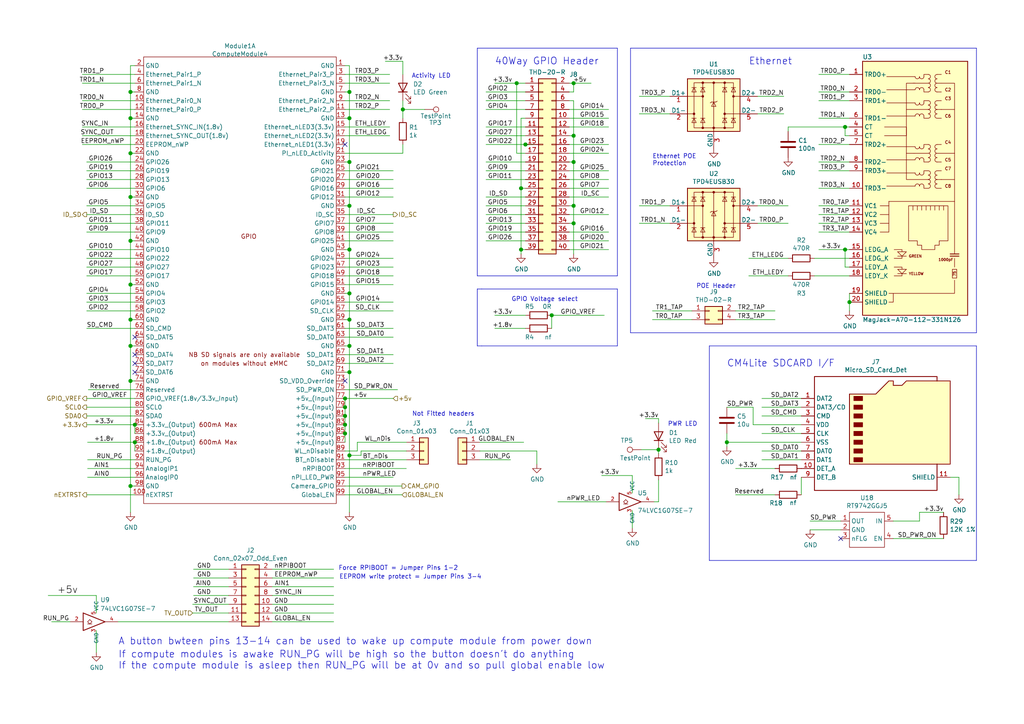
<source format=kicad_sch>
(kicad_sch (version 20211123) (generator eeschema)
  (paper "A4")
  (title_block (title "Compute Module 4 IO Board - GPIO - Ethernet") (rev "1") (company "(c) Raspberry Pi Trading 2020") (comment 1 "www.raspberrypi.org"))
  (junction (at 101.346 26.67) (diameter 1.016))
  (junction (at 210.82 128.27) (diameter 1.016))
  (junction (at 100.076 120.65) (diameter 1.016))
  (junction (at 245.11 36.83) (diameter 1.016))
  (junction (at 37.846 110.49) (diameter 1.016))
  (junction (at 37.846 92.71) (diameter 1.016))
  (junction (at 39.116 128.27) (diameter 1.016))
  (junction (at 245.11 72.39) (diameter 1.016))
  (junction (at 101.346 46.99) (diameter 1.016))
  (junction (at 37.846 69.85) (diameter 1.016))
  (junction (at 151.13 54.61) (diameter 1.016))
  (junction (at 37.846 57.15) (diameter 1.016))
  (junction (at 39.116 123.19) (diameter 1.016))
  (junction (at 166.37 24.13) (diameter 1.016))
  (junction (at 166.37 46.99) (diameter 1.016))
  (junction (at 37.846 26.67) (diameter 1.016))
  (junction (at 101.346 72.39) (diameter 1.016))
  (junction (at 101.346 92.71) (diameter 1.016))
  (junction (at 191.008 130.429) (diameter 1.016))
  (junction (at 101.346 132.08) (diameter 1.016))
  (junction (at 37.846 82.55) (diameter 1.016))
  (junction (at 166.37 64.77) (diameter 1.016))
  (junction (at 101.346 107.95) (diameter 1.016))
  (junction (at 37.846 44.45) (diameter 1.016))
  (junction (at 246.38 87.63) (diameter 1.016))
  (junction (at 160.02 91.44) (diameter 1.016))
  (junction (at 166.37 39.37) (diameter 1.016))
  (junction (at 116.84 31.75) (diameter 1.016))
  (junction (at 100.076 123.19) (diameter 1.016))
  (junction (at 152.4 41.91) (diameter 1.016))
  (junction (at 166.37 59.69) (diameter 1.016))
  (junction (at 100.076 118.11) (diameter 1.016))
  (junction (at 151.13 72.39) (diameter 1.016))
  (junction (at 37.846 140.97) (diameter 1.016))
  (junction (at 101.346 59.69) (diameter 1.016))
  (junction (at 37.846 100.33) (diameter 1.016))
  (junction (at 101.346 85.09) (diameter 1.016))
  (junction (at 101.346 100.33) (diameter 1.016))
  (junction (at 149.86 24.13) (diameter 1.016))
  (junction (at 37.846 34.29) (diameter 1.016))
  (junction (at 100.076 125.73) (diameter 1.016))
  (junction (at 101.346 34.29) (diameter 1.016))
  (junction (at 100.076 115.57) (diameter 1.016))
  (no_connect (at 39.116 107.95))
  (no_connect (at 100.076 110.49))
  (no_connect (at 39.116 105.41))
  (no_connect (at 100.076 41.91))
  (no_connect (at 243.84 156.21))
  (no_connect (at 39.116 97.79))
  (no_connect (at 39.116 102.87))
  (wire (pts (xy 101.346 107.95) (xy 101.346 132.08)))
  (wire (pts (xy 23.876 41.91) (xy 39.116 41.91)))
  (polyline (pts (xy 283.21 13.97) (xy 283.21 96.52)) (stroke (width 0) (type solid)))
  (wire (pts (xy 100.076 19.05) (xy 101.346 19.05)))
  (wire (pts (xy 152.4 24.13) (xy 149.86 24.13)))
  (wire (pts (xy 101.346 46.99) (xy 101.346 59.69)))
  (wire (pts (xy 37.846 110.49) (xy 39.116 110.49)))
  (wire (pts (xy 13.97 172.72) (xy 27.94 172.72)))
  (wire (pts (xy 185.42 33.02) (xy 194.31 33.02)))
  (wire (pts (xy 155.702 130.81) (xy 155.702 134.62)))
  (wire (pts (xy 165.1 52.07) (xy 176.53 52.07)))
  (wire (pts (xy 37.846 82.55) (xy 37.846 92.71)))
  (polyline (pts (xy 283.21 162.56) (xy 205.74 162.56)) (stroke (width 0) (type solid)))
  (wire (pts (xy 191.008 121.412) (xy 187.198 121.412)))
  (wire (pts (xy 100.076 29.21) (xy 113.03 29.21)))
  (wire (pts (xy 25.146 95.25) (xy 39.116 95.25)))
  (wire (pts (xy 100.076 54.61) (xy 114.046 54.61)))
  (wire (pts (xy 278.13 138.43) (xy 278.13 143.51)))
  (wire (pts (xy 100.076 39.37) (xy 113.03 39.37)))
  (wire (pts (xy 166.37 64.77) (xy 166.37 73.66)))
  (polyline (pts (xy 179.07 83.82) (xy 179.07 100.33)) (stroke (width 0) (type solid)))
  (wire (pts (xy 101.346 132.08) (xy 101.346 148.59)))
  (wire (pts (xy 101.346 100.33) (xy 101.346 107.95)))
  (wire (pts (xy 219.71 59.69) (xy 228.6 59.69)))
  (wire (pts (xy 237.49 72.39) (xy 245.11 72.39)))
  (wire (pts (xy 25.146 87.63) (xy 39.116 87.63)))
  (polyline (pts (xy 179.07 13.97) (xy 138.43 13.97)) (stroke (width 0) (type solid)))
  (wire (pts (xy 246.38 85.09) (xy 246.38 87.63)))
  (wire (pts (xy 143.51 95.25) (xy 152.4 95.25)))
  (wire (pts (xy 39.116 19.05) (xy 37.846 19.05)))
  (wire (pts (xy 23.876 31.75) (xy 39.116 31.75)))
  (wire (pts (xy 78.994 177.8) (xy 96.774 177.8)))
  (wire (pts (xy 189.23 92.71) (xy 200.66 92.71)))
  (wire (pts (xy 78.994 170.18) (xy 96.774 170.18)))
  (wire (pts (xy 218.44 123.19) (xy 218.44 118.11)))
  (wire (pts (xy 25.146 52.07) (xy 39.116 52.07)))
  (wire (pts (xy 213.36 135.89) (xy 224.79 135.89)))
  (wire (pts (xy 100.076 36.83) (xy 113.03 36.83)))
  (wire (pts (xy 213.36 92.71) (xy 224.79 92.71)))
  (wire (pts (xy 37.846 92.71) (xy 39.116 92.71)))
  (wire (pts (xy 101.346 85.09) (xy 101.346 92.71)))
  (wire (pts (xy 23.876 36.83) (xy 39.116 36.83)))
  (polyline (pts (xy 205.74 100.33) (xy 283.21 100.33)) (stroke (width 0) (type solid)))
  (wire (pts (xy 101.346 59.69) (xy 101.346 72.39)))
  (wire (pts (xy 25.146 115.57) (xy 39.116 115.57)))
  (wire (pts (xy 37.846 26.67) (xy 37.846 34.29)))
  (wire (pts (xy 243.84 153.67) (xy 234.95 153.67)))
  (wire (pts (xy 78.994 175.26) (xy 96.774 175.26)))
  (polyline (pts (xy 182.88 13.97) (xy 283.21 13.97)) (stroke (width 0) (type solid)))
  (wire (pts (xy 245.11 77.47) (xy 245.11 72.39)))
  (wire (pts (xy 25.146 72.39) (xy 39.116 72.39)))
  (wire (pts (xy 237.49 21.59) (xy 246.38 21.59)))
  (wire (pts (xy 25.4 128.27) (xy 39.116 128.27)))
  (wire (pts (xy 220.98 130.81) (xy 232.41 130.81)))
  (wire (pts (xy 151.13 72.39) (xy 151.13 73.66)))
  (wire (pts (xy 165.1 26.67) (xy 166.37 26.67)))
  (wire (pts (xy 37.846 44.45) (xy 39.116 44.45)))
  (wire (pts (xy 183.388 143.002) (xy 183.388 137.922)))
  (wire (pts (xy 140.97 39.37) (xy 152.4 39.37)))
  (wire (pts (xy 25.146 46.99) (xy 39.116 46.99)))
  (wire (pts (xy 37.846 44.45) (xy 37.846 57.15)))
  (wire (pts (xy 37.846 140.97) (xy 37.846 148.59)))
  (wire (pts (xy 210.82 128.27) (xy 232.41 128.27)))
  (wire (pts (xy 23.876 21.59) (xy 39.116 21.59)))
  (wire (pts (xy 151.13 72.39) (xy 152.4 72.39)))
  (wire (pts (xy 100.076 49.53) (xy 114.046 49.53)))
  (polyline (pts (xy 138.43 100.33) (xy 139.7 100.33)) (stroke (width 0) (type solid)))
  (wire (pts (xy 100.076 97.79) (xy 114.046 97.79)))
  (wire (pts (xy 166.37 24.13) (xy 171.45 24.13)))
  (wire (pts (xy 14.986 180.34) (xy 20.32 180.34)))
  (wire (pts (xy 114.046 102.87) (xy 100.076 102.87)))
  (polyline (pts (xy 283.21 96.52) (xy 182.88 96.52)) (stroke (width 0) (type solid)))
  (wire (pts (xy 27.94 172.72) (xy 27.94 177.8)))
  (wire (pts (xy 219.71 33.02) (xy 227.33 33.02)))
  (wire (pts (xy 165.1 41.91) (xy 176.53 41.91)))
  (wire (pts (xy 25.146 90.17) (xy 39.116 90.17)))
  (wire (pts (xy 217.17 74.93) (xy 228.6 74.93)))
  (wire (pts (xy 228.6 36.83) (xy 245.11 36.83)))
  (wire (pts (xy 140.97 52.07) (xy 152.4 52.07)))
  (wire (pts (xy 140.97 31.75) (xy 152.4 31.75)))
  (wire (pts (xy 139.192 128.27) (xy 151.892 128.27)))
  (wire (pts (xy 100.076 26.67) (xy 101.346 26.67)))
  (polyline (pts (xy 138.43 80.01) (xy 179.07 80.01)) (stroke (width 0) (type solid)))
  (wire (pts (xy 100.076 115.57) (xy 100.076 118.11)))
  (wire (pts (xy 140.97 36.83) (xy 152.4 36.83)))
  (wire (pts (xy 151.13 54.61) (xy 152.4 54.61)))
  (wire (pts (xy 25.4 138.43) (xy 39.116 138.43)))
  (wire (pts (xy 37.846 100.33) (xy 37.846 110.49)))
  (wire (pts (xy 100.076 85.09) (xy 101.346 85.09)))
  (wire (pts (xy 100.076 105.41) (xy 114.046 105.41)))
  (wire (pts (xy 25.146 64.77) (xy 39.116 64.77)))
  (wire (pts (xy 37.846 92.71) (xy 37.846 100.33)))
  (wire (pts (xy 25.146 74.93) (xy 39.116 74.93)))
  (wire (pts (xy 100.076 62.23) (xy 114.046 62.23)))
  (wire (pts (xy 183.388 148.082) (xy 183.388 153.162)))
  (wire (pts (xy 116.84 21.59) (xy 116.84 17.78)))
  (wire (pts (xy 259.08 151.13) (xy 266.7 151.13)))
  (wire (pts (xy 237.49 29.21) (xy 246.38 29.21)))
  (wire (pts (xy 165.1 34.29) (xy 176.53 34.29)))
  (wire (pts (xy 100.076 67.31) (xy 114.046 67.31)))
  (wire (pts (xy 213.36 90.17) (xy 224.79 90.17)))
  (wire (pts (xy 25.146 85.09) (xy 39.116 85.09)))
  (wire (pts (xy 166.37 59.69) (xy 166.37 46.99)))
  (wire (pts (xy 165.1 29.21) (xy 166.37 29.21)))
  (wire (pts (xy 100.076 57.15) (xy 114.046 57.15)))
  (wire (pts (xy 165.1 54.61) (xy 176.53 54.61)))
  (wire (pts (xy 185.42 27.94) (xy 194.31 27.94)))
  (wire (pts (xy 165.1 64.77) (xy 166.37 64.77)))
  (wire (pts (xy 217.17 80.01) (xy 228.6 80.01)))
  (wire (pts (xy 100.076 107.95) (xy 101.346 107.95)))
  (wire (pts (xy 34.29 180.34) (xy 66.294 180.34)))
  (wire (pts (xy 100.076 44.45) (xy 116.84 44.45)))
  (wire (pts (xy 100.076 140.97) (xy 116.586 140.97)))
  (wire (pts (xy 39.116 130.81) (xy 39.116 128.27)))
  (polyline (pts (xy 205.74 162.56) (xy 205.74 100.33)) (stroke (width 0) (type solid)))
  (wire (pts (xy 100.076 143.51) (xy 116.586 143.51)))
  (wire (pts (xy 25.146 62.23) (xy 39.116 62.23)))
  (wire (pts (xy 165.1 31.75) (xy 176.53 31.75)))
  (wire (pts (xy 236.22 74.93) (xy 246.38 74.93)))
  (wire (pts (xy 78.994 167.64) (xy 96.774 167.64)))
  (wire (pts (xy 25.6032 113.03) (xy 39.116 113.03)))
  (wire (pts (xy 259.08 156.21) (xy 273.685 156.21)))
  (wire (pts (xy 220.98 115.57) (xy 232.41 115.57)))
  (wire (pts (xy 237.49 59.69) (xy 246.38 59.69)))
  (wire (pts (xy 100.076 125.73) (xy 100.076 128.27)))
  (wire (pts (xy 245.11 39.37) (xy 245.11 36.83)))
  (wire (pts (xy 103.632 128.27) (xy 117.856 128.27)))
  (wire (pts (xy 116.84 44.45) (xy 116.84 41.91)))
  (wire (pts (xy 194.31 64.77) (xy 185.42 64.77)))
  (wire (pts (xy 100.076 87.63) (xy 114.046 87.63)))
  (wire (pts (xy 237.49 46.99) (xy 246.38 46.99)))
  (wire (pts (xy 165.1 72.39) (xy 176.53 72.39)))
  (wire (pts (xy 23.876 24.13) (xy 39.116 24.13)))
  (wire (pts (xy 151.13 54.61) (xy 151.13 72.39)))
  (wire (pts (xy 27.94 182.88) (xy 27.94 189.23)))
  (wire (pts (xy 237.49 26.67) (xy 246.38 26.67)))
  (wire (pts (xy 78.994 180.34) (xy 96.774 180.34)))
  (wire (pts (xy 100.076 120.65) (xy 100.076 123.19)))
  (wire (pts (xy 152.4 34.29) (xy 151.13 34.29)))
  (wire (pts (xy 23.876 29.21) (xy 39.116 29.21)))
  (wire (pts (xy 116.84 31.75) (xy 116.84 29.21)))
  (wire (pts (xy 100.076 130.81) (xy 103.632 130.81)))
  (wire (pts (xy 165.1 36.83) (xy 176.53 36.83)))
  (wire (pts (xy 100.076 64.77) (xy 114.046 64.77)))
  (wire (pts (xy 232.41 125.73) (xy 220.98 125.73)))
  (wire (pts (xy 165.1 44.45) (xy 176.53 44.45)))
  (wire (pts (xy 140.97 62.23) (xy 152.4 62.23)))
  (wire (pts (xy 140.97 67.31) (xy 152.4 67.31)))
  (wire (pts (xy 23.876 39.37) (xy 39.116 39.37)))
  (wire (pts (xy 143.51 91.44) (xy 152.4 91.44)))
  (wire (pts (xy 228.6 38.1) (xy 228.6 36.83)))
  (wire (pts (xy 123.19 31.75) (xy 116.84 31.75)))
  (wire (pts (xy 191.008 130.302) (xy 191.008 130.429)))
  (wire (pts (xy 237.49 64.77) (xy 246.38 64.77)))
  (wire (pts (xy 103.632 130.81) (xy 103.632 128.27)))
  (wire (pts (xy 210.82 128.27) (xy 210.82 129.54)))
  (wire (pts (xy 101.346 72.39) (xy 101.346 85.09)))
  (polyline (pts (xy 179.07 13.97) (xy 179.07 80.01)) (stroke (width 0) (type solid)))
  (wire (pts (xy 237.49 62.23) (xy 246.38 62.23)))
  (wire (pts (xy 100.076 113.03) (xy 115.316 113.03)))
  (wire (pts (xy 245.11 72.39) (xy 246.38 72.39)))
  (wire (pts (xy 275.59 138.43) (xy 278.13 138.43)))
  (wire (pts (xy 25.4 133.35) (xy 39.116 133.35)))
  (wire (pts (xy 166.37 39.37) (xy 165.1 39.37)))
  (wire (pts (xy 246.38 77.47) (xy 245.11 77.47)))
  (wire (pts (xy 100.076 46.99) (xy 101.346 46.99)))
  (wire (pts (xy 100.076 123.19) (xy 100.076 125.73)))
  (wire (pts (xy 25.146 67.31) (xy 39.116 67.31)))
  (wire (pts (xy 25.146 49.53) (xy 39.116 49.53)))
  (wire (pts (xy 78.994 172.72) (xy 96.774 172.72)))
  (wire (pts (xy 100.076 31.75) (xy 113.03 31.75)))
  (wire (pts (xy 140.97 41.91) (xy 152.4 41.91)))
  (wire (pts (xy 37.846 69.85) (xy 37.846 82.55)))
  (wire (pts (xy 237.49 49.53) (xy 246.38 49.53)))
  (wire (pts (xy 210.82 125.73) (xy 210.82 128.27)))
  (wire (pts (xy 273.685 148.59) (xy 266.7 148.59)))
  (wire (pts (xy 191.008 122.682) (xy 191.008 121.412)))
  (wire (pts (xy 78.994 165.1) (xy 96.774 165.1)))
  (wire (pts (xy 160.02 91.44) (xy 160.02 95.25)))
  (wire (pts (xy 101.346 132.08) (xy 104.7242 132.08)))
  (wire (pts (xy 183.388 137.922) (xy 174.498 137.922)))
  (wire (pts (xy 56.134 165.1) (xy 66.294 165.1)))
  (wire (pts (xy 237.49 34.29) (xy 246.38 34.29)))
  (wire (pts (xy 237.49 67.31) (xy 246.38 67.31)))
  (wire (pts (xy 246.38 36.83) (xy 245.11 36.83)))
  (wire (pts (xy 246.38 39.37) (xy 245.11 39.37)))
  (wire (pts (xy 140.97 49.53) (xy 152.4 49.53)))
  (wire (pts (xy 111.76 17.78) (xy 116.84 17.78)))
  (wire (pts (xy 25.146 80.01) (xy 39.116 80.01)))
  (wire (pts (xy 166.37 26.67) (xy 166.37 24.13)))
  (wire (pts (xy 243.84 151.13) (xy 234.95 151.13)))
  (wire (pts (xy 37.846 82.55) (xy 39.116 82.55)))
  (wire (pts (xy 101.346 92.71) (xy 101.346 100.33)))
  (wire (pts (xy 191.008 130.429) (xy 191.008 131.572)))
  (wire (pts (xy 116.84 34.29) (xy 116.84 31.75)))
  (wire (pts (xy 55.88 177.8) (xy 66.294 177.8)))
  (wire (pts (xy 139.192 133.35) (xy 148.082 133.35)))
  (wire (pts (xy 140.97 59.69) (xy 152.4 59.69)))
  (wire (pts (xy 25.146 123.19) (xy 39.116 123.19)))
  (wire (pts (xy 37.846 57.15) (xy 37.846 69.85)))
  (wire (pts (xy 143.51 24.13) (xy 149.86 24.13)))
  (wire (pts (xy 139.192 130.81) (xy 155.702 130.81)))
  (wire (pts (xy 101.346 26.67) (xy 101.346 34.29)))
  (wire (pts (xy 100.076 72.39) (xy 101.346 72.39)))
  (wire (pts (xy 186.0042 130.429) (xy 191.008 130.429)))
  (wire (pts (xy 25.4 135.89) (xy 39.116 135.89)))
  (polyline (pts (xy 138.43 13.97) (xy 138.43 80.01)) (stroke (width 0) (type solid)))
  (wire (pts (xy 140.97 57.15) (xy 152.4 57.15)))
  (wire (pts (xy 101.346 34.29) (xy 101.346 46.99)))
  (wire (pts (xy 39.116 125.73) (xy 39.116 123.19)))
  (polyline (pts (xy 179.07 100.33) (xy 139.7 100.33)) (stroke (width 0) (type solid)))
  (wire (pts (xy 140.97 46.99) (xy 152.4 46.99)))
  (wire (pts (xy 37.846 69.85) (xy 39.116 69.85)))
  (wire (pts (xy 100.076 59.69) (xy 101.346 59.69)))
  (wire (pts (xy 219.71 64.77) (xy 228.6 64.77)))
  (polyline (pts (xy 139.7 83.82) (xy 179.07 83.82)) (stroke (width 0) (type solid)))
  (wire (pts (xy 104.7242 130.81) (xy 117.856 130.81)))
  (wire (pts (xy 100.076 34.29) (xy 101.346 34.29)))
  (wire (pts (xy 37.846 19.05) (xy 37.846 26.67)))
  (wire (pts (xy 149.86 44.45) (xy 152.4 44.45)))
  (wire (pts (xy 166.37 64.77) (xy 166.37 59.69)))
  (wire (pts (xy 55.88 175.26) (xy 66.294 175.26)))
  (wire (pts (xy 100.076 77.47) (xy 114.046 77.47)))
  (wire (pts (xy 165.1 69.85) (xy 176.53 69.85)))
  (polyline (pts (xy 139.7 83.82) (xy 138.43 83.82)) (stroke (width 0) (type solid)))
  (wire (pts (xy 25.146 59.69) (xy 39.116 59.69)))
  (wire (pts (xy 25.146 118.11) (xy 39.116 118.11)))
  (wire (pts (xy 165.1 67.31) (xy 176.53 67.31)))
  (wire (pts (xy 246.38 87.63) (xy 246.38 90.17)))
  (wire (pts (xy 191.008 139.192) (xy 191.008 145.542)))
  (wire (pts (xy 232.41 133.35) (xy 220.98 133.35)))
  (wire (pts (xy 100.076 138.43) (xy 114.046 138.43)))
  (wire (pts (xy 237.49 54.61) (xy 246.38 54.61)))
  (wire (pts (xy 232.41 138.43) (xy 232.41 143.51)))
  (wire (pts (xy 189.23 90.17) (xy 200.66 90.17)))
  (wire (pts (xy 39.116 128.27) (xy 39.37 128.27)))
  (wire (pts (xy 232.41 118.11) (xy 220.98 118.11)))
  (wire (pts (xy 165.1 62.23) (xy 176.53 62.23)))
  (wire (pts (xy 166.37 46.99) (xy 165.1 46.99)))
  (polyline (pts (xy 138.43 100.33) (xy 138.43 83.82)) (stroke (width 0) (type solid)))
  (wire (pts (xy 232.41 123.19) (xy 218.44 123.19)))
  (wire (pts (xy 37.846 57.15) (xy 39.116 57.15)))
  (wire (pts (xy 191.008 145.542) (xy 189.738 145.542)))
  (wire (pts (xy 266.7 148.59) (xy 266.7 151.13)))
  (wire (pts (xy 165.1 24.13) (xy 166.37 24.13)))
  (wire (pts (xy 100.076 24.13) (xy 113.03 24.13)))
  (wire (pts (xy 104.7242 132.08) (xy 104.7242 130.81)))
  (wire (pts (xy 165.1 59.69) (xy 166.37 59.69)))
  (wire (pts (xy 100.076 21.59) (xy 113.03 21.59)))
  (wire (pts (xy 149.86 24.13) (xy 149.86 44.45)))
  (wire (pts (xy 100.076 92.71) (xy 101.346 92.71)))
  (wire (pts (xy 151.13 34.29) (xy 151.13 54.61)))
  (wire (pts (xy 39.116 26.67) (xy 37.846 26.67)))
  (polyline (pts (xy 283.21 100.33) (xy 283.21 162.56)) (stroke (width 0) (type solid)))
  (wire (pts (xy 100.076 135.89) (xy 117.856 135.89)))
  (wire (pts (xy 165.1 49.53) (xy 176.53 49.53)))
  (wire (pts (xy 166.37 29.21) (xy 166.37 39.37)))
  (wire (pts (xy 100.076 80.01) (xy 114.046 80.01)))
  (wire (pts (xy 100.076 133.35) (xy 117.856 133.35)))
  (wire (pts (xy 25.146 120.65) (xy 39.116 120.65)))
  (wire (pts (xy 210.82 118.11) (xy 218.44 118.11)))
  (wire (pts (xy 37.846 100.33) (xy 39.116 100.33)))
  (wire (pts (xy 100.076 82.55) (xy 114.046 82.55)))
  (wire (pts (xy 25.146 143.51) (xy 39.116 143.51)))
  (wire (pts (xy 100.076 115.57) (xy 114.046 115.57)))
  (wire (pts (xy 140.97 26.67) (xy 152.4 26.67)))
  (wire (pts (xy 39.116 140.97) (xy 37.846 140.97)))
  (wire (pts (xy 100.076 100.33) (xy 101.346 100.33)))
  (wire (pts (xy 100.076 52.07) (xy 114.046 52.07)))
  (wire (pts (xy 114.046 90.17) (xy 100.076 90.17)))
  (wire (pts (xy 219.71 27.94) (xy 227.33 27.94)))
  (wire (pts (xy 161.798 145.542) (xy 175.768 145.542)))
  (wire (pts (xy 37.846 34.29) (xy 37.846 44.45)))
  (wire (pts (xy 165.1 57.15) (xy 176.53 57.15)))
  (wire (pts (xy 56.134 172.72) (xy 66.294 172.72)))
  (wire (pts (xy 56.134 167.64) (xy 66.294 167.64)))
  (wire (pts (xy 100.076 69.85) (xy 114.046 69.85)))
  (wire (pts (xy 25.146 54.61) (xy 39.116 54.61)))
  (wire (pts (xy 140.97 69.85) (xy 152.4 69.85)))
  (wire (pts (xy 140.97 29.21) (xy 152.4 29.21)))
  (wire (pts (xy 56.134 170.18) (xy 66.294 170.18)))
  (wire (pts (xy 100.076 118.11) (xy 100.076 120.65)))
  (wire (pts (xy 166.37 39.37) (xy 166.37 46.99)))
  (wire (pts (xy 37.846 110.49) (xy 37.846 140.97)))
  (wire (pts (xy 160.02 91.44) (xy 175.26 91.44)))
  (wire (pts (xy 237.49 41.91) (xy 246.38 41.91)))
  (polyline (pts (xy 182.88 96.52) (xy 182.88 13.97)) (stroke (width 0) (type solid)))
  (wire (pts (xy 140.97 64.77) (xy 152.4 64.77)))
  (wire (pts (xy 220.98 120.65) (xy 232.41 120.65)))
  (wire (pts (xy 114.046 95.25) (xy 100.076 95.25)))
  (wire (pts (xy 236.22 80.01) (xy 246.38 80.01)))
  (wire (pts (xy 39.116 34.29) (xy 37.846 34.29)))
  (wire (pts (xy 100.076 74.93) (xy 114.046 74.93)))
  (wire (pts (xy 25.146 77.47) (xy 39.116 77.47)))
  (wire (pts (xy 185.42 59.69) (xy 194.31 59.69)))
  (wire (pts (xy 101.346 19.05) (xy 101.346 26.67)))
  (wire (pts (xy 213.36 143.51) (xy 224.79 143.51)))
  (wire (pts (xy 154.94 41.91) (xy 152.4 41.91)))
  (text "Activity LED" (at 119.38 22.86 0) (effects (font (size 1.27 1.27)) (justify left bottom)))
  (text "Not Fitted headers" (at 137.668 120.904 180) (effects (font (size 1.27 1.27)) (justify right bottom)))
  (text "EEPROM write protect = Jumper Pins 3-4\n\n" (at 139.7 170.18 180) (effects (font (size 1.27 1.27)) (justify right bottom)))
  (text "Ethernet POE\nProtection" (at 189.23 48.26 0) (effects (font (size 1.27 1.27)) (justify left bottom)))
  (text "GPIO Voltage select\n" (at 167.64 87.63 180) (effects (font (size 1.27 1.27)) (justify right bottom)))
  (text "A button bwteen pins 13-14 can be used to wake up compute module from power down\n\n" (at 34.29 190.5 0) (effects (font (size 2.007 2.007)) (justify left bottom)))
  (text "If compute modules is awake RUN_PG will be high so the button doesn't do anything\nIf the compute module is asleep then RUN_PG will be at 0v and so pull global enable low" (at 34.29 194.31 0) (effects (font (size 2.007 2.007)) (justify left bottom)))
  (text "CM4Lite SDCARD I/F" (at 210.82 106.68 0) (effects (font (size 2.007 2.007)) (justify left bottom)))
  (text "POE Header" (at 201.93 83.82 0) (effects (font (size 1.27 1.27)) (justify left bottom)))
  (text "40Way GPIO Header" (at 143.51 19.05 0) (effects (font (size 2.007 2.007)) (justify left bottom)))
  (text "Ethernet" (at 217.17 19.05 0) (effects (font (size 2.0066 2.0066)) (justify left bottom)))
  (text "PWR LED" (at 193.675 123.825 0) (effects (font (size 1.27 1.27)) (justify left bottom)))
  (text "Force RPIBOOT = Jumper Pins 1-2 \n" (at 133.858 165.608 180) (effects (font (size 1.27 1.27)) (justify right bottom)))
  (label "SYNC_IN" (at 87.63 172.72 180))
  (label "GPIO10" (at 148.59 46.99 180))
  (label "SD_CLK" (at 110.236 90.17 180))
  (label "+3.3v" (at 148.59 24.13 180))
  (label "+3.3v" (at 33.02 123.19 180))
  (label "TR1_TAP" (at 246.38 62.23 180))
  (label "ETH_LEDG" (at 227.33 74.93 180))
  (label "SD_DAT3" (at 111.506 95.25 180))
  (label "TRD1_N" (at 30.226 24.13 180))
  (label "GPIO27" (at 148.59 39.37 180))
  (label "GPIO22" (at 148.59 41.91 180))
  (label "RUN_PG" (at 148.082 133.35 180))
  (label "+1.8v" (at 148.59 95.25 180))
  (label "WL_nDis" (at 113.411 128.27 180))
  (label "GPIO7" (at 173.99 54.61 180))
  (label "TRD3_N" (at 245.11 54.61 180))
  (label "GPIO15" (at 110.236 82.55 180))
  (label "ETH_LEDY" (at 102.87 36.83 0))
  (label "GPIO26" (at 32.766 46.99 180))
  (label "GND" (at 61.214 165.1 180))
  (label "+5v" (at 106.426 115.57 180))
  (label "GPIO25" (at 110.236 69.85 180))
  (label "GPIO3" (at 31.496 87.63 180))
  (label "nRPIBOOT" (at 88.9 165.1 180))
  (label "+1.8v" (at 33.02 128.27 180))
  (label "Reserved" (at 221.615 143.51 180))
  (label "SD_CMD" (at 223.52 120.65 0))
  (label "RUN_PG" (at 20.066 180.34 180))
  (label "EEPROM_nWP" (at 92.202 167.64 180))
  (label "GPIO21" (at 175.26 72.39 180))
  (label "GPIO14" (at 175.26 31.75 180))
  (label "SYNC_OUT" (at 33.02 39.37 180))
  (label "GPIO17" (at 32.766 80.01 180))
  (label "ID_SC" (at 108.966 62.23 180))
  (label "SD_DAT2" (at 223.52 115.57 0))
  (label "GPIO16" (at 175.26 67.31 180))
  (label "AIN0" (at 31.75 138.43 180))
  (label "+3.3v" (at 148.59 91.44 180))
  (label "TRD2_N" (at 245.11 46.99 180))
  (label "GPIO21" (at 110.236 49.53 180))
  (label "SD_PWR_ON" (at 102.616 113.03 0))
  (label "TRD0_P" (at 227.33 64.77 180))
  (label "TRD0_N" (at 30.226 29.21 180))
  (label "+5v" (at 16.51 172.72 0) (effects (font (size 2.0066 2.0066))))
  (label "GND" (at 83.566 177.8 180))
  (label "nRPIBOOT" (at 114.5032 135.89 180))
  (label "GLOBAL_EN" (at 90.17 180.34 180))
  (label "TRD3_N" (at 193.04 33.02 180))
  (label "TRD0_P" (at 245.11 21.59 180))
  (label "TR2_TAP" (at 221.9198 90.17 180))
  (label "TRD0_P" (at 30.226 31.75 180))
  (label "GPIO2" (at 31.496 90.17 180))
  (label "SD_PWR_ON" (at 260.35 156.21 0))
  (label "TR3_TAP" (at 221.8944 92.71 180))
  (label "GPIO_VREF" (at 162.56 91.44 0))
  (label "TRD2_P" (at 245.11 41.91 180))
  (label "TR0_TAP" (at 246.38 59.69 180))
  (label "SD_DAT2" (at 111.506 105.41 180))
  (label "GPIO5" (at 31.496 59.69 180))
  (label "TRD1_P" (at 30.226 21.59 180))
  (label "GPIO20" (at 110.236 52.07 180))
  (label "TRD1_N" (at 193.04 64.77 180))
  (label "EEPROM_nWP" (at 36.068 41.91 180))
  (label "SD_DAT1" (at 223.52 133.35 0))
  (label "GND" (at 61.214 172.72 180))
  (label "GPIO7" (at 108.966 64.77 180))
  (label "GPIO11" (at 32.766 64.77 180))
  (label "TRD0_N" (at 227.33 59.69 180))
  (label "TRD3_P" (at 193.04 27.94 180))
  (label "AIN1" (at 31.75 135.89 180))
  (label "GPIO23" (at 110.236 77.47 180))
  (label "+3.3v" (at 243.84 72.39 180))
  (label "GPIO8" (at 108.966 67.31 180))
  (label "GPIO24" (at 175.26 44.45 180))
  (label "GPIO16" (at 110.236 54.61 180))
  (label "SYNC_OUT" (at 65.786 175.26 180))
  (label "TRD1_P" (at 245.11 29.21 180))
  (label "SD_DAT3" (at 223.52 118.11 0))
  (label "GPIO19" (at 148.59 67.31 180))
  (label "TRD2_P" (at 227.33 33.02 180))
  (label "SD_DAT1" (at 111.506 102.87 180))
  (label "GPIO12" (at 175.26 62.23 180))
  (label "TR3_TAP" (at 246.38 67.31 180))
  (label "GPIO18" (at 175.26 36.83 180))
  (label "+3.3v" (at 191.008 121.412 180))
  (label "GPIO26" (at 148.59 69.85 180))
  (label "GPIO22" (at 32.766 74.93 180))
  (label "SYNC_IN" (at 31.496 36.83 180))
  (label "TRD0_N" (at 245.11 26.67 180))
  (label "nPWR_LED" (at 105.156 138.43 0))
  (label "GPIO14" (at 110.236 87.63 180))
  (label "nPWR_LED" (at 164.338 145.542 0))
  (label "GPIO11" (at 148.59 52.07 180))
  (label "GPIO6" (at 31.496 54.61 180))
  (label "TRD2_N" (at 102.87 29.21 0))
  (label "GPIO10" (at 32.766 72.39 180))
  (label "+3.3v" (at 273.685 148.59 180))
  (label "TR0_TAP" (at 198.0184 92.71 180))
  (label "TRD2_N" (at 227.33 27.94 180))
  (label "GPIO4" (at 31.496 85.09 180))
  (label "+3.3v" (at 179.578 137.922 180))
  (label "GPIO8" (at 173.99 52.07 180))
  (label "+3.3v" (at 116.84 17.78 180))
  (label "GPIO13" (at 32.766 52.07 180))
  (label "ID_SD" (at 31.496 62.23 180))
  (label "GPIO23" (at 175.26 41.91 180))
  (label "TR1_TAP" (at 198.12 90.17 180))
  (label "SD_DAT0" (at 111.506 97.79 180))
  (label "ID_SC" (at 173.99 57.15 180))
  (label "SD_CLK" (at 223.52 125.73 0))
  (label "GPIO6" (at 147.32 62.23 180))
  (label "AIN0" (at 61.214 170.18 180))
  (label "TRD1_N" (at 245.11 34.29 180))
  (label "SD_CMD" (at 32.766 95.25 180))
  (label "GPIO9" (at 31.496 67.31 180))
  (label "BT_nDis" (at 112.6236 133.35 180))
  (label "+5v" (at 170.18 24.13 180))
  (label "GPIO27" (at 32.766 77.47 180))
  (label "GPIO24" (at 110.236 74.93 180))
  (label "GPIO4" (at 147.32 31.75 180))
  (label "TRD1_P" (at 193.04 59.69 180))
  (label "GPIO2" (at 147.32 26.67 180))
  (label "GLOBAL_EN" (at 149.352 128.27 180))
  (label "GPIO3" (at 147.32 29.21 180))
  (label "GPIO9" (at 147.32 49.53 180))
  (label "SD_PWR" (at 210.82 118.11 0))
  (label "TR2_TAP" (at 246.38 64.77 180))
  (label "SD_PWR" (at 234.95 151.13 0))
  (label "+3.3v" (at 219.71 135.89 180))
  (label "GPIO25" (at 175.26 49.53 180))
  (label "TRD3_N" (at 102.87 24.13 0))
  (label "TV_OUT" (at 63.246 177.8 180))
  (label "GND" (at 83.566 175.26 180))
  (label "GPIO13" (at 148.59 64.77 180))
  (label "Reserved" (at 34.671 113.03 180))
  (label "GPIO19" (at 32.766 49.53 180))
  (label "SD_DAT0" (at 223.52 130.81 0))
  (label "GPIO17" (at 148.59 36.83 180))
  (label "GPIO15" (at 175.26 34.29 180))
  (label "GPIO5" (at 147.32 59.69 180))
  (label "ETH_LEDG" (at 102.87 39.37 0))
  (label "GPIO_VREF" (at 26.67 115.57 0))
  (label "AIN1" (at 84.074 170.18 180))
  (label "GPIO18" (at 110.236 80.01 180))
  (label "GND" (at 61.214 167.64 180))
  (label "GPIO20" (at 175.26 69.85 180))
  (label "ETH_LEDY" (at 227.33 80.01 180))
  (label "ID_SD" (at 147.32 57.15 180))
  (label "TRD3_P" (at 245.11 49.53 180))
  (label "RUN_PG" (at 35.56 133.35 180))
  (label "GPIO12" (at 110.236 57.15 180))
  (label "TRD2_P" (at 102.87 31.75 0))
  (label "TRD3_P" (at 102.87 21.59 0))
  (label "GLOBAL_EN" (at 114.046 143.51 180))
  (hierarchical_label "ID_SC" (shape output) (at 114.046 62.23 0))
  (hierarchical_label "CAM_GPIO" (shape output) (at 116.586 140.97 0))
  (hierarchical_label "SCL0" (shape output) (at 25.146 118.11 180))
  (hierarchical_label "TV_OUT" (shape input) (at 55.88 177.8 180))
  (hierarchical_label "+5v" (shape input) (at 114.046 115.57 0))
  (hierarchical_label "GLOBAL_EN" (shape input) (at 116.586 143.51 0))
  (hierarchical_label "GPIO_VREF" (shape output) (at 25.146 115.57 180))
  (hierarchical_label "SDA0" (shape output) (at 25.146 120.65 180))
  (hierarchical_label "nEXTRST" (shape output) (at 25.146 143.51 180))
  (hierarchical_label "+3.3v" (shape output) (at 25.146 123.19 180))
  (hierarchical_label "ID_SD" (shape output) (at 25.146 62.23 180))
  (symbol (lib_id "CM4IO:74LVC1G07_copy") (at 183.388 145.542 0) (unit 1)
    (property "Reference" "U5" (at 184.912 143.002 0) (effects (justify left)))
    (property "Value" "74LVC1G07SE-7" (at 184.912 148.082 0) (effects (justify left)))
    (property "Footprint" "Package_TO_SOT_SMD:SOT-353_SC-70-5" (effects hide))
    (property "Datasheet" "https://www.diodes.com/assets/Datasheets/74LVC1G07.pdf" (effects hide))
    (property "Field4" "Farnell" (effects hide))
    (property "Field5" "2425492" (effects hide))
    (property "Field6" "74LVC1G07SE-7" (effects hide))
    (property "Field7" "Diodes" (effects hide))
    (property "Part Description" "Buffer, Non-Inverting 1 Element 1 Bit per Element Open Drain Output SOT-353" (effects hide))
  )
  (symbol (lib_id "CM4IO:74LVC1G07_copy") (at 27.94 180.34 0) (unit 1)
    (property "Reference" "U9" (at 30.48 173.99 0))
    (property "Value" "74LVC1G07SE-7" (at 37.084 176.53 0))
    (property "Footprint" "Package_TO_SOT_SMD:SOT-353_SC-70-5" (effects hide))
    (property "Datasheet" "https://www.diodes.com/assets/Datasheets/74LVC1G07.pdf" (effects hide))
    (property "Field4" "Farnell" (effects hide))
    (property "Field5" "2425492" (effects hide))
    (property "Field6" "74LVC1G07SE-7" (effects hide))
    (property "Field7" "Diodes" (effects hide))
    (property "Part Description" "Buffer, Non-Inverting 1 Element 1 Bit per Element Open Drain Output SOT-353" (effects hide))
  )
  (symbol (lib_id "power:GND") (at 27.94 189.23 0) (unit 1)
    (property "Reference" "#PWR027" (effects hide))
    (property "Value" "GND" (at 28.067 193.6242 0))
  )
  (symbol (lib_id "CM4IO:RT9742GGJ5") (at 252.73 161.29 0) (unit 1)
    (property "Reference" "U18" (at 251.46 144.399 0))
    (property "Value" "RT9742GGJ5" (at 251.46 146.7104 0))
    (property "Footprint" "Package_TO_SOT_SMD:SOT-23-5" (effects hide))
    (property "Datasheet" "https://www.richtek.com/assets/product_file/RT9742/DS9742-00.pdf" (effects hide))
    (property "Field4" "Farnell" (effects hide))
    (property "Field5" "	2545875" (effects hide))
    (property "Field6" "RT9742GGJ5" (effects hide))
    (property "Field7" "RichTek" (effects hide))
    (property "Field8" "USWI00166" (effects hide))
    (property "Part Description" "	Power Switch/Driver 1:1 N-Channel 1A TSOT-23-5" (effects hide))
  )
  (symbol (lib_id "power:GND") (at 234.95 153.67 0) (unit 1)
    (property "Reference" "#PWR0113" (effects hide))
    (property "Value" "GND" (at 235.077 158.0642 0))
  )
  (symbol (lib_id "CM4IO:ComputeModule4-CM4") (at 72.136 74.93 0) (unit 1)
    (property "Reference" "Module1" (at 69.596 13.335 0))
    (property "Value" "ComputeModule4" (at 69.596 15.6464 0))
    (property "Footprint" "CM4IO:Raspberry-Pi-4-Compute-Module" (effects hide))
    (property "Field4" "Hirose" (effects hide))
    (property "Field5" "2off DF40C-100DS-0.4V" (effects hide))
    (property "Field6" "2off DF40C-100DS-0.4V" (effects hide))
    (property "Field7" "Hirose" (effects hide))
    (property "Part Description" "	100 Position Connector Receptacle, Center Strip Contacts Surface Mount Gold" (effects hide))
  )
  (symbol (lib_id "CM4IO:MagJack-A70-112-331N126") (at 267.97 92.71 0) (unit 1)
    (property "Reference" "U3" (at 250.19 16.51 0) (effects (justify left)))
    (property "Value" "MagJack-A70-112-331N126" (at 250.19 92.71 0) (effects (justify left)))
    (property "Footprint" "CM4IO:TRJG0926HENL" (effects hide))
    (property "Datasheet" "https://p.globalsources.com/IMAGES/PDT/SPEC/690/K1160305690.pdf" (effects hide))
    (property "Field6" "TRJG0926HENL" (effects hide))
    (property "Field7" "Trxcon" (effects hide))
    (property "Field8" "UCON00900" (effects hide))
    (property "Part Description" "Gigabit Ethernet Magjack" (effects hide))
  )
  (symbol (lib_id "Device:C") (at 228.6 41.91 0) (unit 1)
    (property "Reference" "C1" (at 231.521 40.7416 0) (effects (justify left)))
    (property "Value" "100n" (at 231.521 43.053 0) (effects (justify left)))
    (property "Footprint" "Capacitor_SMD:C_0402_1005Metric" (effects hide))
    (property "Datasheet" "https://search.murata.co.jp/Ceramy/image/img/A01X/G101/ENG/GRM155R71C104KA88-01.pdf" (effects hide))
    (property "Field4" "Farnell" (effects hide))
    (property "Field5" "2611911" (effects hide))
    (property "Field6" "RM EMK105 B7104KV-F" (effects hide))
    (property "Field7" "TAIYO YUDEN EUROPE GMBH" (effects hide))
    (property "Part Description" "	0.1uF 10% 16V Ceramic Capacitor X7R 0402 (1005 Metric)" (effects hide))
    (property "Field8" "110091611" (effects hide))
  )
  (symbol (lib_id "power:GND") (at 228.6 45.72 0) (unit 1)
    (property "Reference" "#PWR0101" (effects hide))
    (property "Value" "GND" (at 228.727 50.1142 0))
  )
  (symbol (lib_id "Connector_Generic:Conn_02x02_Odd_Even") (at 205.74 90.17 0) (unit 1)
    (property "Reference" "J9" (at 207.01 84.6582 0))
    (property "Value" "THD-02-R" (at 207.01 86.9696 0))
    (property "Footprint" "Connector_PinHeader_2.54mm:PinHeader_2x02_P2.54mm_Vertical" (effects hide))
    (property "Datasheet" "https://www.toby.co.uk/uploads/publications/1673.pdf" (effects hide))
    (property "Field4" "Toby" (effects hide))
    (property "Field5" "THD-02-R" (effects hide))
    (property "Field6" "151-604-425-761" (effects hide))
    (property "Field7" "EDAC" (effects hide))
    (property "Field8" "UCON00791" (effects hide))
    (property "Part Description" "PinHeader_2x02_P2.54mm_Vertical" (effects hide))
  )
  (symbol (lib_id "Connector_Generic:Conn_02x20_Odd_Even") (at 157.48 46.99 0) (unit 1)
    (property "Reference" "J8" (at 166.37 21.59 0))
    (property "Value" "THD-20-R" (at 158.75 20.9296 0))
    (property "Footprint" "Connector_PinHeader_2.54mm:PinHeader_2x20_P2.54mm_Vertical" (effects hide))
    (property "Datasheet" "https://www.toby.co.uk/uploads/publications/1673.pdf" (effects hide))
    (property "Field4" "Toby" (effects hide))
    (property "Field5" "THD-20-R" (effects hide))
    (property "Field6" "THD-20-R" (effects hide))
    (property "Field7" "Toby" (effects hide))
    (property "Field8" "UCON00511" (effects hide))
    (property "Part Description" "PinHeader_2x20_P2.54mm_Vertical" (effects hide))
  )
  (symbol (lib_id "Device:C") (at 210.82 121.92 0) (unit 1)
    (property "Reference" "C5" (at 213.741 120.7516 0) (effects (justify left)))
    (property "Value" "10u" (at 213.741 123.063 0) (effects (justify left)))
    (property "Footprint" "Capacitor_SMD:C_0805_2012Metric" (effects hide))
    (property "Datasheet" "https://search.murata.co.jp/Ceramy/image/img/A01X/G101/ENG/GRM21BR71A106KA73-01.pdf" (effects hide))
    (property "Field5" "490-14381-1-ND" (effects hide))
    (property "Field4" "Digikey" (effects hide))
    (property "Field6" "GRM21BR71A106KA73L" (effects hide))
    (property "Field7" "Murata" (effects hide))
    (property "Part Description" "	10uF 10% 10V Ceramic Capacitor X7R 0805 (2012 Metric)" (effects hide))
    (property "Field8" "111893011" (effects hide))
  )
  (symbol (lib_id "power:GND") (at 166.37 73.66 0) (unit 1)
    (property "Reference" "#PWR0102" (effects hide))
    (property "Value" "GND" (at 166.497 78.0542 0))
  )
  (symbol (lib_id "power:GND") (at 151.13 73.66 0) (unit 1)
    (property "Reference" "#PWR0103" (effects hide))
    (property "Value" "GND" (at 151.257 78.0542 0))
  )
  (symbol (lib_id "Device:R") (at 232.41 74.93 270) (unit 1)
    (property "Reference" "R2" (at 232.41 69.6722 90))
    (property "Value" "470R" (at 232.41 71.9836 90))
    (property "Footprint" "Resistor_SMD:R_0402_1005Metric" (effects hide))
    (property "Datasheet" "https://fscdn.rohm.com/en/products/databook/datasheet/passive/resistor/chip_resistor/mcr-e.pdf" (effects hide))
    (property "Field4" "Farnell" (effects hide))
    (property "Field5" "9239197" (effects hide))
    (property "Field7" "KOA EUROPE GMBH" (effects hide))
    (property "Field6" "RK73G1ETQTP4700D         " (effects hide))
    (property "Field8" "120887981" (effects hide))
    (property "Part Description" "Resistor 470R M1005 1% 63mW" (effects hide))
  )
  (symbol (lib_id "Device:R") (at 232.41 80.01 270) (unit 1)
    (property "Reference" "R3" (at 232.41 85.09 90))
    (property "Value" "470R" (at 232.41 82.55 90))
    (property "Footprint" "Resistor_SMD:R_0402_1005Metric" (effects hide))
    (property "Datasheet" "https://fscdn.rohm.com/en/products/databook/datasheet/passive/resistor/chip_resistor/mcr-e.pdf" (effects hide))
    (property "Field4" "Farnell" (effects hide))
    (property "Field5" "9239197" (effects hide))
    (property "Field7" "KOA EUROPE GMBH" (effects hide))
    (property "Field6" "RK73G1ETQTP4700D         " (effects hide))
    (property "Field8" "120887981" (effects hide))
    (property "Part Description" "Resistor 470R M1005 1% 63mW" (effects hide))
  )
  (symbol (lib_id "power:GND") (at 37.846 148.59 0) (unit 1)
    (property "Reference" "#PWR0104" (effects hide))
    (property "Value" "GND" (at 37.973 152.9842 0))
  )
  (symbol (lib_id "power:GND") (at 101.346 148.59 0) (unit 1)
    (property "Reference" "#PWR0105" (effects hide))
    (property "Value" "GND" (at 101.473 152.9842 0))
  )
  (symbol (lib_id "Device:LED") (at 116.84 25.4 90) (unit 1)
    (property "Reference" "D2" (at 119.8118 24.4094 90) (effects (justify right)))
    (property "Value" "LED Green" (at 119.8118 26.7208 90) (effects (justify right)))
    (property "Footprint" "LED_SMD:LED_0603_1608Metric" (effects hide))
    (property "Datasheet" "http://optoelectronics.liteon.com/upload/download/DS22-2000-226/LTST-S270KGKT.pdf" (effects hide))
    (property "Field4" "Digikey " (effects hide))
    (property "Field5" "LTST-S270KGKT" (effects hide))
    (property "Field6" "SML-A12M8TT86N" (effects hide))
    (property "Field7" "Rohm" (effects hide))
    (property "Field8" "650263301" (effects hide))
    (property "Part Description" "	Green 572nm LED Indication - Discrete 2.2V 2-SMD, No Lead" (effects hide))
  )
  (symbol (lib_id "Device:R") (at 116.84 38.1 0) (unit 1)
    (property "Reference" "R1" (at 118.618 36.9316 0) (effects (justify left)))
    (property "Value" "1k" (at 118.618 39.243 0) (effects (justify left)))
    (property "Footprint" "Resistor_SMD:R_0402_1005Metric" (effects hide))
    (property "Datasheet" "https://fscdn.rohm.com/en/products/databook/datasheet/passive/resistor/chip_resistor/mcr-e.pdf" (effects hide))
    (property "Field4" "Farnell" (effects hide))
    (property "Field5" "9239235" (effects hide))
    (property "Field7" "KOA EUROPE GMBH" (effects hide))
    (property "Field6" "RK73H1ETTP1001F" (effects hide))
    (property "Part Description" "Resistor 1K M1005 1% 63mW" (effects hide))
    (property "Field8" "125049511" (effects hide))
  )
  (symbol (lib_id "power:GND") (at 183.388 153.162 0) (unit 1)
    (property "Reference" "#PWR05" (effects hide))
    (property "Value" "GND" (at 183.515 157.5562 0))
  )
  (symbol (lib_id "Device:LED") (at 191.008 126.492 90) (unit 1)
    (property "Reference" "D1" (at 193.9798 125.5014 90) (effects (justify right)))
    (property "Value" "LED Red" (at 193.9798 127.8128 90) (effects (justify right)))
    (property "Footprint" "LED_SMD:LED_0603_1608Metric" (effects hide))
    (property "Datasheet" "http://optoelectronics.liteon.com/upload/download/DS22-2000-210/LTST-S270KRKT.pdf" (effects hide))
    (property "Field4" "Digikey " (effects hide))
    (property "Field5" "	LTST-S270KRKT" (effects hide))
    (property "Field6" "SML-A12U8TT86Q" (effects hide))
    (property "Field7" "Rohm" (effects hide))
    (property "Field8" "650295101" (effects hide))
    (property "Part Description" "	Red 620nm LED Indication - Discrete 2.2V 2-SMD, No Lead" (effects hide))
  )
  (symbol (lib_id "Device:R") (at 191.008 135.382 0) (unit 1)
    (property "Reference" "R10" (at 192.786 134.2136 0) (effects (justify left)))
    (property "Value" "1k" (at 192.786 136.525 0) (effects (justify left)))
    (property "Footprint" "Resistor_SMD:R_0402_1005Metric" (effects hide))
    (property "Datasheet" "https://fscdn.rohm.com/en/products/databook/datasheet/passive/resistor/chip_resistor/mcr-e.pdf" (effects hide))
    (property "Field4" "Farnell" (effects hide))
    (property "Field5" "9239235" (effects hide))
    (property "Field7" "KOA EUROPE GMBH" (effects hide))
    (property "Field6" "RK73H1ETTP1001F" (effects hide))
    (property "Part Description" "Resistor 1K M1005 1% 63mW" (effects hide))
    (property "Field8" "125049511" (effects hide))
  )
  (symbol (lib_id "Connector_Generic:Conn_01x03") (at 134.112 130.81 0) (mirror y) (unit 1)
    (property "Reference" "J1" (at 136.1948 122.7582 0))
    (property "Value" "Conn_01x03" (at 136.1948 125.0696 0))
    (property "Footprint" "Connector_PinHeader_2.54mm:PinHeader_1x03_P2.54mm_Vertical" (effects hide))
    (property "Field4" "nf" (effects hide))
    (property "Field5" "nf" (effects hide))
    (property "Field6" "nf" (effects hide))
    (property "Field7" "nf" (effects hide))
    (property "Part Description" "3pin 0.1\" connector" (effects hide))
  )
  (symbol (lib_id "CM4IO:TPD4EUSB30") (at 207.01 62.23 0) (unit 1)
    (property "Reference" "U2" (at 207.01 50.3682 0))
    (property "Value" "TPD4EUSB30" (at 207.01 52.6796 0))
    (property "Footprint" "Package_SON:USON-10_2.5x1.0mm_P0.5mm" (effects hide))
    (property "Datasheet" "http://www.ti.com/lit/ds/symlink/tpd2eusb30a.pdf" (effects hide))
    (property "Field4" "Farnell" (effects hide))
    (property "Field5" "2335455" (effects hide))
    (property "Field6" "CDDFN10-3324P-13" (effects hide))
    (property "Field7" "Bourns" (effects hide))
    (property "Field8" "UDIO00346" (effects hide))
    (property "Part Description" "Quad TVS diode for high speed signals (USB3, GigE etc.)" (effects hide))
  )
  (symbol (lib_id "power:GND") (at 155.702 134.62 0) (unit 1)
    (property "Reference" "#PWR0106" (effects hide))
    (property "Value" "GND" (at 155.829 139.0142 0))
  )
  (symbol (lib_id "Connector:TestPoint") (at 186.0042 130.429 90) (unit 1)
    (property "Reference" "TP5" (at 183.642 127.762 90) (effects (justify left)))
    (property "Value" "TestPoint" (at 188.722 132.842 90) (effects (justify left)))
    (property "Footprint" "TestPoint:TestPoint_Pad_2.0x2.0mm" (effects hide))
    (property "Field4" "nf" (effects hide))
    (property "Field5" "nf" (effects hide))
    (property "Field6" "nf" (effects hide))
    (property "Field7" "nf" (effects hide))
  )
  (symbol (lib_id "Device:R") (at 156.21 91.44 90) (unit 1)
    (property "Reference" "R5" (at 154.94 88.9 90) (effects (justify left)))
    (property "Value" "0R" (at 160.02 88.9 90) (effects (justify left)))
    (property "Footprint" "Resistor_SMD:R_0805_2012Metric_Pad1.15x1.40mm_HandSolder" (effects hide))
    (property "Datasheet" "https://fscdn.rohm.com/en/products/databook/datasheet/passive/resistor/chip_resistor/mcr-e.pdf" (effects hide))
    (property "Field4" "Farnell" (effects hide))
    (property "Field5" "9233750" (effects hide))
    (property "Field7" "Rohm" (effects hide))
    (property "Field6" "MCR10EZPJ000" (effects hide))
    (property "Part Description" "Resistor 0R M2012 5% " (effects hide))
    (property "Field8" "121629591" (effects hide))
  )
  (symbol (lib_id "Device:R") (at 156.21 95.25 90) (unit 1)
    (property "Reference" "R4" (at 154.94 97.79 90) (effects (justify left)))
    (property "Value" "nf" (at 160.02 97.79 90) (effects (justify left)))
    (property "Footprint" "Resistor_SMD:R_0805_2012Metric_Pad1.15x1.40mm_HandSolder" (effects hide))
    (property "Datasheet" "https://fscdn.rohm.com/en/products/databook/datasheet/passive/resistor/chip_resistor/mcr-e.pdf" (effects hide))
    (property "Field4" "nf" (effects hide))
    (property "Field5" "nf" (effects hide))
    (property "Field6" "nf" (effects hide))
  )
  (symbol (lib_id "Connector:Micro_SD_Card_Det") (at 255.27 125.73 0) (unit 1)
    (property "Reference" "J7" (at 254 104.9782 0))
    (property "Value" "Micro_SD_Card_Det" (at 254 107.2896 0))
    (property "Footprint" "CM4IO:SDCARD_MOLEX_503398-1892" (effects hide))
    (property "Datasheet" "https://www.hirose.com/product/en/download_file/key_name/DM3/category/Catalog/doc_file_id/49662/?file_category_id=4&item_id=195&is_series=1" (effects hide))
    (property "Field4" "Farnell" (effects hide))
    (property "Field5" "2358234" (effects hide))
    (property "Field6" "503398-1892" (effects hide))
    (property "Field7" "Molex" (effects hide))
    (property "Part Description" "9 (8 + 1) Position Card Connector microSD™ Surface Mount, Right Angle Gold" (effects hide))
    (property "Field8" "UCON00512" (effects hide))
  )
  (symbol (lib_id "power:GND") (at 210.82 129.54 0) (unit 1)
    (property "Reference" "#PWR0107" (effects hide))
    (property "Value" "GND" (at 210.947 133.9342 0))
  )
  (symbol (lib_id "power:GND") (at 278.13 143.51 0) (unit 1)
    (property "Reference" "#PWR0108" (effects hide))
    (property "Value" "GND" (at 278.257 147.9042 0))
  )
  (symbol (lib_id "Connector_Generic:Conn_02x07_Odd_Even") (at 71.374 172.72 0) (unit 1)
    (property "Reference" "J2" (at 72.644 159.6136 0))
    (property "Value" "Conn_02x07_Odd_Even" (at 72.644 161.925 0))
    (property "Footprint" "Connector_PinHeader_2.54mm:PinHeader_2x07_P2.54mm_Vertical" (effects hide))
    (property "Datasheet" "https://www.toby.co.uk/uploads/publications/1673.pdf" (effects hide))
    (property "Field4" "Toby" (effects hide))
    (property "Field5" "THD-07-R" (effects hide))
    (property "Field6" "THD-07-R" (effects hide))
    (property "Field7" "Toby" (effects hide))
    (property "Part Description" "PinHeader_2x07_P2.54mm_Vertical" (effects hide))
  )
  (symbol (lib_id "Connector_Generic:Conn_01x03") (at 122.936 130.81 0) (unit 1)
    (property "Reference" "J3" (at 120.8532 122.7582 0))
    (property "Value" "Conn_01x03" (at 120.8532 125.0696 0))
    (property "Footprint" "Connector_PinHeader_2.54mm:PinHeader_1x03_P2.54mm_Vertical" (effects hide))
    (property "Field4" "nf" (effects hide))
    (property "Field5" "nf" (effects hide))
    (property "Field6" "nf" (effects hide))
    (property "Field7" "nf" (effects hide))
    (property "Part Description" "3pin 0.1\" connector" (effects hide))
  )
  (symbol (lib_id "CM4IO:TPD4EUSB30") (at 207.01 30.48 0) (unit 1)
    (property "Reference" "U1" (at 207.01 18.6182 0))
    (property "Value" "TPD4EUSB30" (at 207.01 20.9296 0))
    (property "Footprint" "Package_SON:USON-10_2.5x1.0mm_P0.5mm" (effects hide))
    (property "Datasheet" "http://www.ti.com/lit/ds/symlink/tpd2eusb30a.pdf" (effects hide))
    (property "Field4" "Farnell" (effects hide))
    (property "Field5" "2335455" (effects hide))
    (property "Field6" "CDDFN10-3324P-13" (effects hide))
    (property "Field7" "Bourns" (effects hide))
    (property "Field8" "UDIO00346" (effects hide))
    (property "Part Description" "Quad TVS diode for high speed signals (USB3, GigE etc.)" (effects hide))
  )
  (symbol (lib_id "power:GND") (at 246.38 90.17 0) (unit 1)
    (property "Reference" "#PWR0109" (effects hide))
    (property "Value" "GND" (at 246.507 94.5642 0))
  )
  (symbol (lib_id "power:GND") (at 207.01 74.93 0) (unit 1)
    (property "Reference" "#PWR0110" (effects hide))
    (property "Value" "GND" (at 207.137 79.3242 0))
  )
  (symbol (lib_id "power:GND") (at 207.01 43.18 0) (unit 1)
    (property "Reference" "#PWR0111" (effects hide))
    (property "Value" "GND" (at 207.137 47.5742 0))
  )
  (symbol (lib_id "Device:R") (at 228.6 135.89 90) (unit 1)
    (property "Reference" "R17" (at 227.33 138.43 90) (effects (justify left)))
    (property "Value" "nf" (at 231.14 138.43 90) (effects (justify left)))
    (property "Footprint" "Resistor_SMD:R_0402_1005Metric" (effects hide))
    (property "Datasheet" "https://fscdn.rohm.com/en/products/databook/datasheet/passive/resistor/chip_resistor/mcr-e.pdf" (effects hide))
    (property "Field4" "Farnell" (effects hide))
    (property "Field5" "9239235" (effects hide))
    (property "Field7" "KOA EUROPE GMBH" (effects hide))
    (property "Field6" "RK73H1ETTP1001F" (effects hide))
    (property "Part Description" "Resistor 1K M1005 1% 63mW" (effects hide))
    (property "Field8" "125049511" (effects hide))
  )
  (symbol (lib_id "Connector:TestPoint") (at 123.19 31.75 270) (unit 1)
    (property "Reference" "TP3" (at 124.46 35.56 90) (effects (justify left)))
    (property "Value" "TestPoint" (at 121.92 33.655 90) (effects (justify left)))
    (property "Footprint" "TestPoint:TestPoint_Pad_2.0x2.0mm" (effects hide))
    (property "Field4" "nf" (effects hide))
    (property "Field5" "nf" (effects hide))
    (property "Field6" "nf" (effects hide))
    (property "Field7" "nf" (effects hide))
  )
  (symbol (lib_id "Device:R") (at 273.685 152.4 0) (unit 1)
    (property "Reference" "R29" (at 275.463 151.2316 0) (effects (justify left)))
    (property "Value" "12K 1%" (at 275.463 153.543 0) (effects (justify left)))
    (property "Footprint" "Resistor_SMD:R_0402_1005Metric" (effects hide))
    (property "Datasheet" "https://fscdn.rohm.com/en/products/databook/datasheet/passive/resistor/chip_resistor/mcr-e.pdf" (effects hide))
    (property "Field4" "Farnell" (effects hide))
    (property "Field5" "9239367" (effects hide))
    (property "Field7" "Rohm" (effects hide))
    (property "Field6" "MCR01MZPF1202" (effects hide))
    (property "Part Description" "Resistor 12K M1005 1% 63mW" (effects hide))
  )
  (symbol (lib_id "Device:R") (at 228.6 143.51 90) (unit 1)
    (property "Reference" "R18" (at 227.0506 145.8976 90) (effects (justify left)))
    (property "Value" "nf" (at 231.0638 145.8468 90) (effects (justify left)))
    (property "Footprint" "Resistor_SMD:R_0402_1005Metric" (effects hide))
    (property "Datasheet" "https://fscdn.rohm.com/en/products/databook/datasheet/passive/resistor/chip_resistor/mcr-e.pdf" (effects hide))
    (property "Field4" "Farnell" (effects hide))
    (property "Field5" "9239235" (effects hide))
    (property "Field7" "KOA EUROPE GMBH" (effects hide))
    (property "Field6" "RK73H1ETTP1001F" (effects hide))
    (property "Part Description" "Resistor 1K M1005 1% 63mW" (effects hide))
    (property "Field8" "125049511" (effects hide))
  )
)
</source>
